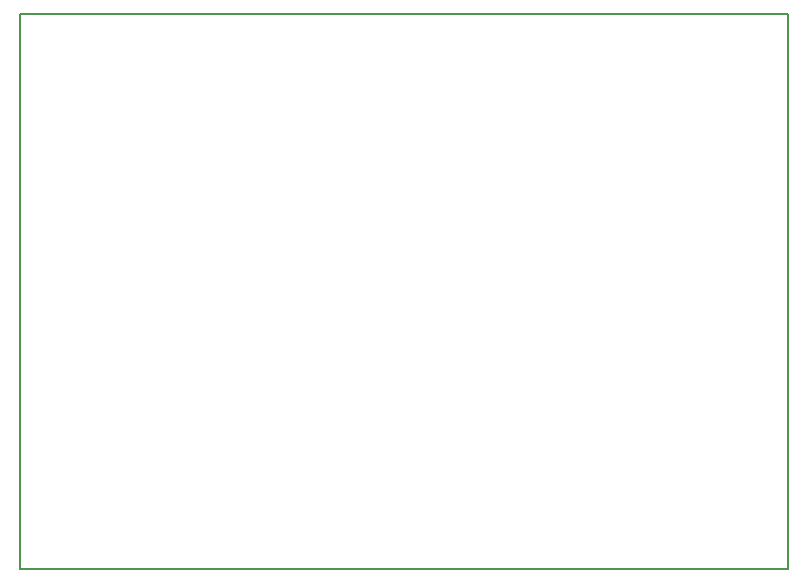
<source format=gko>
G04 DipTrace 2.4.0.2*
%INlayout____.GKO*%
%MOIN*%
%ADD11C,0.0055*%
%FSLAX44Y44*%
G04*
G70*
G90*
G75*
G01*
%LNBoardOutline*%
%LPD*%
X-156Y-126D2*
D11*
X25435D1*
Y18378D1*
X-156D1*
Y-126D1*
M02*

</source>
